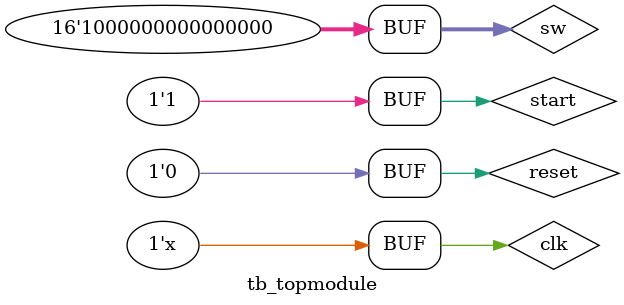
<source format=v>
`timescale 1ns / 1ps

module tb_topmodule;

reg clk;
reg reset;
reg start;
reg [15:0] sw;

wire [3:0] an;
wire dp;
wire [6:0] sseg;

reg outedge;

topmodule uut (
.clk(clk),
.reset(reset),
.start(start),
.sw(sw),
.an(an),
.dp(dp),
.sseg(sseg)
);

initial
begin

clk = 0;
reset = 1;
start = 0;

#50

reset = 0;
sw = 16'b0000000000000000;
start = 1;

#50
start = 0;

#50
sw = 16'b0100000000000001;
reset = 1;

#50
reset = 0;
start = 1;

#50
start = 0;
reset = 1;

#50
reset = 0;
sw = 16'b1000000000000000;
start = 1;






end




always
#5 clk = ~clk;


endmodule

</source>
